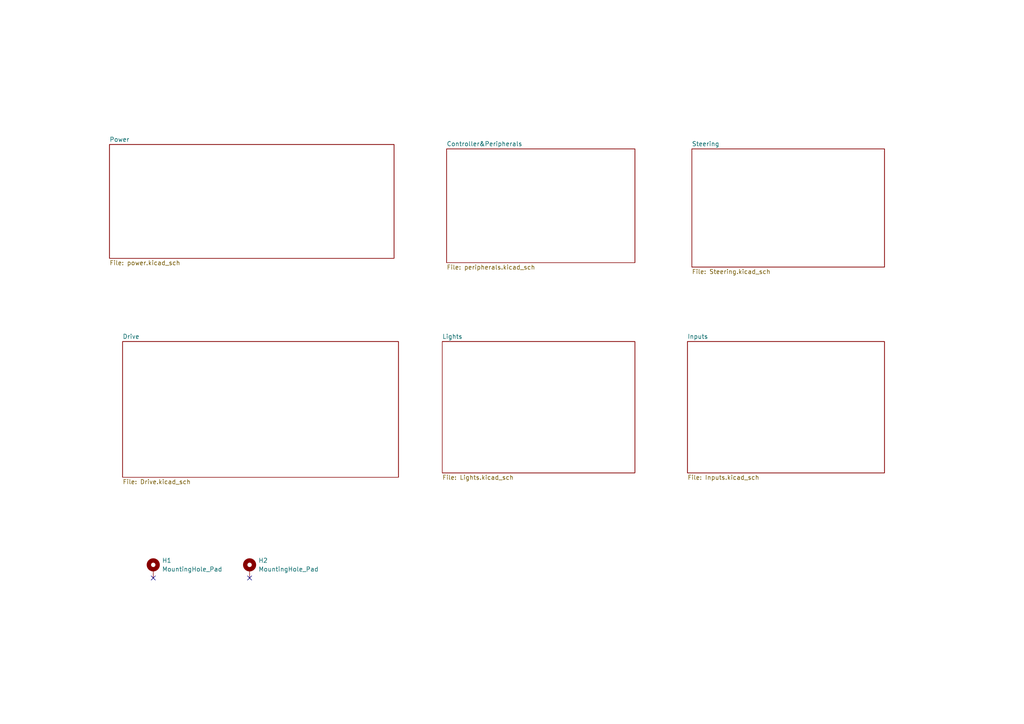
<source format=kicad_sch>
(kicad_sch (version 20211123) (generator eeschema)
  (paper "A4")
  (title_block (date "2022-06-26") (company "MK CAR COMPANY") (comment 1 "Drawn by Michael Kimani"))
  (lib_symbols
    (symbol "Mechanical:MountingHole_Pad" (pin_numbers hide) (pin_names (offset 1.016) hide)
      (property "Reference" "H" (at 0 6.35 0))
      (property "Value" "MountingHole_Pad" (at 0 4.445 0))
      (symbol "MountingHole_Pad_0_1"
        (circle (center 0 1.27) (radius 1.27) (stroke (width 1.27)))
      )
      (symbol "MountingHole_Pad_1_1"
        (pin input line (at 0 -2.54 90) (length 2.54) (name "1") (number "1"))
      )
    )
  )
  (no_connect (at 44.45 167.64))
  (no_connect (at 72.39 167.64))
  (symbol (lib_id "Mechanical:MountingHole_Pad") (at 72.39 165.1 0) (unit 1)
    (property "Reference" "H2" (at 74.93 162.5599 0) (effects (justify left)))
    (property "Value" "MountingHole_Pad" (at 74.93 165.0999 0) (effects (justify left)))
    (property "Footprint" "MountingHole:MountingHole_3mm_Pad" (effects hide))
  )
  (symbol (lib_id "Mechanical:MountingHole_Pad") (at 44.45 165.1 0) (unit 1)
    (property "Reference" "H1" (at 46.99 162.5599 0) (effects (justify left)))
    (property "Value" "MountingHole_Pad" (at 46.99 165.0999 0) (effects (justify left)))
    (property "Footprint" "MountingHole:MountingHole_3mm_Pad" (effects hide))
  )
  (sheet (at 31.75 41.91) (size 82.55 33.02) (stroke (width 0.1524))
    (property "Sheet name" "Power" (at 31.75 41.1984 0) (effects (justify left bottom)))
    (property "Sheet file" "power.kicad_sch" (at 31.75 75.5146 0) (effects (justify left top)))
  )
  (sheet (at 129.54 43.18) (size 54.61 33.02) (stroke (width 0.1524))
    (property "Sheet name" "Controller&Peripherals" (at 129.54 42.4684 0) (effects (justify left bottom)))
    (property "Sheet file" "peripherals.kicad_sch" (at 129.54 76.7846 0) (effects (justify left top)))
  )
  (sheet (at 199.39 99.06) (size 57.15 38.1) (stroke (width 0.1524))
    (property "Sheet name" "Inputs" (at 199.39 98.3484 0) (effects (justify left bottom)))
    (property "Sheet file" "Inputs.kicad_sch" (at 199.39 137.7446 0) (effects (justify left top)))
  )
  (sheet (at 128.27 99.06) (size 55.88 38.1) (stroke (width 0.1524))
    (property "Sheet name" "Lights" (at 128.27 98.3484 0) (effects (justify left bottom)))
    (property "Sheet file" "Lights.kicad_sch" (at 128.27 137.7446 0) (effects (justify left top)))
  )
  (sheet (at 35.56 99.06) (size 80.01 39.37) (stroke (width 0.1524))
    (property "Sheet name" "Drive" (at 35.56 98.3484 0) (effects (justify left bottom)))
    (property "Sheet file" "Drive.kicad_sch" (at 35.56 139.0146 0) (effects (justify left top)))
  )
  (sheet (at 200.66 43.18) (size 55.88 34.29) (stroke (width 0.1524))
    (property "Sheet name" "Steering" (at 200.66 42.4684 0) (effects (justify left bottom)))
    (property "Sheet file" "Steering.kicad_sch" (at 200.66 78.0546 0) (effects (justify left top)))
  )
)
</source>
